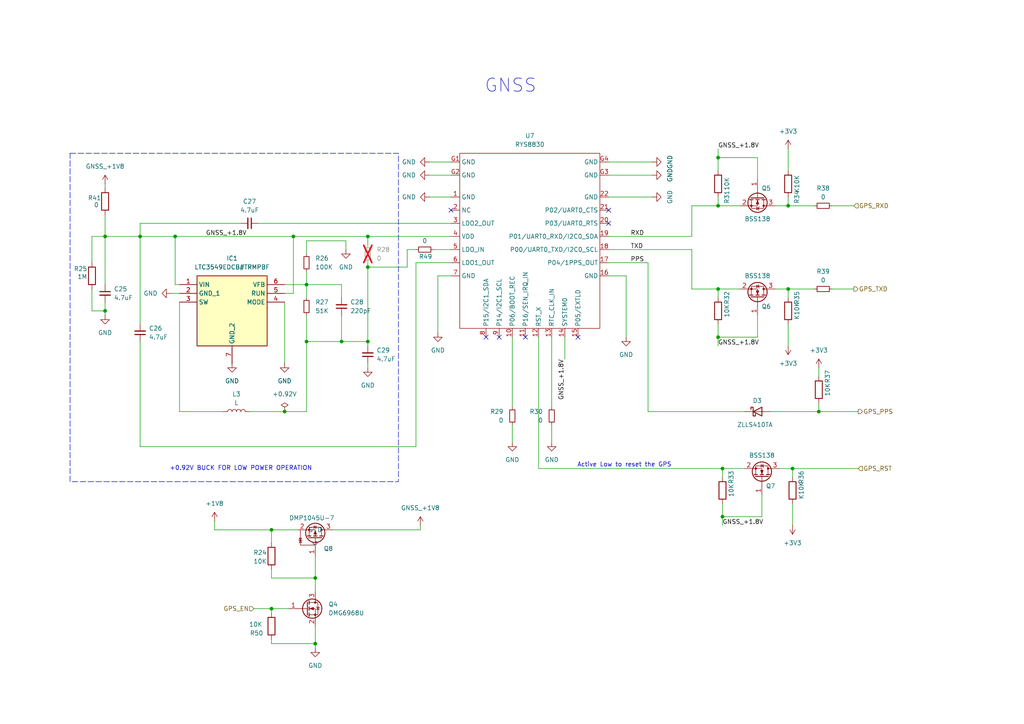
<source format=kicad_sch>
(kicad_sch (version 20231120) (generator "eeschema") (generator_version "8.0")
  (paper "A4")
  (lib_symbols
    (symbol "Device:C_Small" (pin_numbers hide) (pin_names (offset 0.254) hide)
      (property "Reference" "C" (at 0.254 1.778 0))
      (property "Value" "C_Small" (at 0.254 -2.032 0))
      (symbol "C_Small_0_1"
        (polyline (pts (xy -1.524 -0.508) (xy 1.524 -0.508)) (stroke (width 0.3302)))
        (polyline (pts (xy -1.524 0.508) (xy 1.524 0.508)) (stroke (width 0.3048)))
      )
      (symbol "C_Small_1_1"
        (pin passive line (at 0 2.54 270) (length 2.032) (name "~") (number "1"))
        (pin passive line (at 0 -2.54 90) (length 2.032) (name "~") (number "2"))
      )
    )
    (symbol "Device:D_Schottky" (pin_numbers hide) (pin_names (offset 1.016) hide)
      (property "Reference" "D" (at 0 2.54 0))
      (property "Value" "D_Schottky" (at 0 -2.54 0))
      (symbol "D_Schottky_0_1"
        (polyline (pts (xy 1.27 0) (xy -1.27 0)))
        (polyline (pts (xy 1.27 1.27) (xy 1.27 -1.27) (xy -1.27 0) (xy 1.27 1.27)) (stroke (width 0.254)))
        (polyline (pts (xy -1.905 0.635) (xy -1.905 1.27) (xy -1.27 1.27) (xy -1.27 -1.27) (xy -0.635 -1.27) (xy -0.635 -0.635)) (stroke (width 0.254)))
      )
      (symbol "D_Schottky_1_1"
        (pin passive line (at -3.81 0 0) (length 2.54) (name "K") (number "1"))
        (pin passive line (at 3.81 0 180) (length 2.54) (name "A") (number "2"))
      )
    )
    (symbol "Device:L" (pin_numbers hide) (pin_names (offset 1.016) hide)
      (property "Reference" "L" (at -1.27 0 90))
      (property "Value" "L" (at 1.905 0 90))
      (symbol "L_0_1"
        (arc (start 0 -2.54) (mid 0.6323 -1.905) (end 0 -1.27))
        (arc (start 0 -1.27) (mid 0.6323 -0.635) (end 0 0))
        (arc (start 0 0) (mid 0.6323 0.635) (end 0 1.27))
        (arc (start 0 1.27) (mid 0.6323 1.905) (end 0 2.54))
      )
      (symbol "L_1_1"
        (pin passive line (at 0 3.81 270) (length 1.27) (name "1") (number "1"))
        (pin passive line (at 0 -3.81 90) (length 1.27) (name "2") (number "2"))
      )
    )
    (symbol "Device:R" (pin_numbers hide) (pin_names (offset 0))
      (property "Reference" "R" (at 2.032 0 90))
      (property "Value" "R" (at 0 0 90))
      (symbol "R_0_1"
        (rectangle (start -1.016 -2.54) (end 1.016 2.54) (stroke (width 0.254)))
      )
      (symbol "R_1_1"
        (pin passive line (at 0 3.81 270) (length 1.27) (name "~") (number "1"))
        (pin passive line (at 0 -3.81 90) (length 1.27) (name "~") (number "2"))
      )
    )
    (symbol "Device:R_Small" (pin_numbers hide) (pin_names (offset 0.254) hide)
      (property "Reference" "R" (at 0.762 0.508 0))
      (property "Value" "R_Small" (at 0.762 -1.016 0))
      (symbol "R_Small_0_1"
        (rectangle (start -0.762 1.778) (end 0.762 -1.778) (stroke (width 0.2032)))
      )
      (symbol "R_Small_1_1"
        (pin passive line (at 0 2.54 270) (length 0.762) (name "~") (number "1"))
        (pin passive line (at 0 -2.54 90) (length 0.762) (name "~") (number "2"))
      )
    )
    (symbol "LTC3549EDCB#TRMPBF:LTC3549EDCB#TRMPBF"
      (property "Reference" "IC" (at 26.67 7.62 0))
      (property "Value" "LTC3549EDCB#TRMPBF" (at 26.67 5.08 0))
      (symbol "LTC3549EDCB#TRMPBF_1_1"
        (rectangle (start 5.08 2.54) (end 25.4 -17.78) (stroke (width 0.254)) (fill (type background)))
        (pin passive line (at 0 0 0) (length 5.08) (name "VIN") (number "1"))
        (pin passive line (at 0 -2.54 0) (length 5.08) (name "GND_1") (number "2"))
        (pin passive line (at 0 -5.08 0) (length 5.08) (name "SW") (number "3"))
        (pin passive line (at 30.48 -5.08 180) (length 5.08) (name "MODE") (number "4"))
        (pin passive line (at 30.48 -2.54 180) (length 5.08) (name "RUN") (number "5"))
        (pin passive line (at 30.48 0 180) (length 5.08) (name "VFB") (number "6"))
        (pin passive line (at 15.24 -22.86 90) (length 5.08) (name "GND_2") (number "7"))
      )
    )
    (symbol "Project_Library:DMP1045U-7"
      (property "Reference" "Q" (at 0 3.81 0))
      (symbol "DMP1045U-7_0_1"
        (polyline (pts (xy 1.524 0) (xy -1.27 0)))
        (polyline (pts (xy 1.524 1.905) (xy 1.524 -1.905)) (stroke (width 0.254)))
        (polyline (pts (xy 2.032 -1.27) (xy 2.032 -2.286)) (stroke (width 0.254)))
        (polyline (pts (xy 2.032 0.508) (xy 2.032 -0.508)) (stroke (width 0.254)))
        (polyline (pts (xy 2.032 2.286) (xy 2.032 1.27)) (stroke (width 0.254)))
        (polyline (pts (xy 3.81 2.54) (xy 3.81 1.778)))
        (polyline (pts (xy 3.81 -2.54) (xy 3.81 0) (xy 2.032 0)))
        (polyline (pts (xy 0.635 -3.81) (xy 0.762 -3.937) (xy 0.762 -4.699) (xy 0.889 -4.826)))
        (polyline (pts (xy 0.7523 -4.3068) (xy 0.1173 -4.6878) (xy 0.1173 -3.9258) (xy 0.7523 -4.3068)))
        (polyline (pts (xy 0.762 -4.318) (xy 1.397 -3.937) (xy 1.397 -4.699) (xy 0.762 -4.318)))
        (polyline (pts (xy 2.032 1.778) (xy 4.572 1.778) (xy 4.572 -1.778) (xy 2.032 -1.778)))
        (polyline (pts (xy 3.556 0) (xy 2.54 0.381) (xy 2.54 -0.381) (xy 3.556 0)) (fill (type outline)))
        (polyline (pts (xy 3.7569 -4.3186) (xy 1.016 -4.318) (xy -0.6238 -4.3193) (xy -0.6238 -0.0962)))
        (polyline (pts (xy 4.064 -0.508) (xy 4.191 -0.381) (xy 4.953 -0.381) (xy 5.08 -0.254)))
        (polyline (pts (xy 4.572 -0.381) (xy 4.191 0.254) (xy 4.953 0.254) (xy 4.572 -0.381)))
        (circle (center 2.921 0) (radius 2.794) (stroke (width 0.254)))
        (circle (center 3.81 -1.778) (radius 0.254) (fill (type outline)))
        (circle (center 3.81 1.778) (radius 0.254) (fill (type outline)))
      )
      (symbol "DMP1045U-7_1_1"
        (pin passive line (at -3.81 0 0) (length 2.54) (name "G") (number "1"))
        (pin passive line (at 3.81 -5.08 90) (length 2.54) (name "S") (number "2"))
        (pin passive line (at 3.81 5.08 270) (length 2.54) (name "D") (number "3"))
      )
    )
    (symbol "Reyas:RYS8830"
      (property "Reference" "U" (at 0.508 3.556 0))
      (property "Value" "RYS8830" (at 4.064 1.27 0))
      (symbol "RYS8830_0_1"
        (rectangle (start 0 0) (end 40.64 -50.8))
      )
      (symbol "RYS8830_1_1"
        (pin passive line (at -2.54 -12.7 0) (length 2.54) (name "GND") (number "1"))
        (pin passive line (at 15.24 -53.34 90) (length 2.54) (name "P06/BOOT_REC") (number "10"))
        (pin passive line (at 19.05 -53.34 90) (length 2.54) (name "P16/SEN_IRQ_IN") (number "11"))
        (pin passive line (at 22.86 -53.34 90) (length 2.54) (name "RST_X") (number "12"))
        (pin passive line (at 26.67 -53.34 90) (length 2.54) (name "RTC_CLK_IN") (number "13"))
        (pin passive line (at 30.48 -53.34 90) (length 2.54) (name "SYSTEM0") (number "14"))
        (pin passive line (at 34.29 -53.34 90) (length 2.54) (name "P05/EXTLD") (number "15"))
        (pin power_out line (at 43.18 -35.56 180) (length 2.54) (name "GND") (number "16"))
        (pin passive line (at 43.18 -31.75 180) (length 2.54) (name "P04/1PPS_OUT") (number "17"))
        (pin passive line (at 43.18 -27.94 180) (length 2.54) (name "P00/UART0_TXD/I2C0_SCL") (number "18"))
        (pin passive line (at 43.18 -24.13 180) (length 2.54) (name "P01/UART0_RXD/I2C0_SDA") (number "19"))
        (pin passive line (at -2.54 -16.51 0) (length 2.54) (name "NC") (number "2"))
        (pin passive line (at 43.18 -20.32 180) (length 2.54) (name "P03/UART0_RTS") (number "20"))
        (pin passive line (at 43.18 -16.51 180) (length 2.54) (name "P02/UART0_CTS") (number "21"))
        (pin power_out line (at 43.18 -12.7 180) (length 2.54) (name "GND") (number "22"))
        (pin passive line (at -2.54 -20.32 0) (length 2.54) (name "LDO2_OUT") (number "3"))
        (pin power_out line (at -2.54 -24.13 0) (length 2.54) (name "VDD") (number "4"))
        (pin power_in line (at -2.54 -27.94 0) (length 2.54) (name "LDO_IN") (number "5"))
        (pin power_out line (at -2.54 -31.75 0) (length 2.54) (name "LDO1_OUT") (number "6"))
        (pin power_in line (at -2.54 -35.56 0) (length 2.54) (name "GND") (number "7"))
        (pin passive line (at 7.62 -53.34 90) (length 2.54) (name "P15/I2C1_SDA") (number "8"))
        (pin passive line (at 11.43 -53.34 90) (length 2.54) (name "P14/I2C1_SCL") (number "9"))
        (pin power_in line (at -2.54 -2.54 0) (length 2.54) (name "GND") (number "G1"))
        (pin power_in line (at -2.54 -6.35 0) (length 2.54) (name "GND") (number "G2"))
        (pin power_out line (at 43.18 -6.35 180) (length 2.54) (name "GND") (number "G3"))
        (pin power_out line (at 43.18 -2.54 180) (length 2.54) (name "GND") (number "G4"))
      )
    )
    (symbol "Transistor_FET:BSS138" (pin_names hide)
      (property "Reference" "Q" (at 5.08 1.905 0))
      (property "Value" "BSS138" (at 5.08 0 0))
      (symbol "BSS138_0_1"
        (polyline (pts (xy 0.254 0) (xy -2.54 0)))
        (polyline (pts (xy 0.254 1.905) (xy 0.254 -1.905)) (stroke (width 0.254)))
        (polyline (pts (xy 0.762 -1.27) (xy 0.762 -2.286)) (stroke (width 0.254)))
        (polyline (pts (xy 0.762 0.508) (xy 0.762 -0.508)) (stroke (width 0.254)))
        (polyline (pts (xy 0.762 2.286) (xy 0.762 1.27)) (stroke (width 0.254)))
        (polyline (pts (xy 2.54 2.54) (xy 2.54 1.778)))
        (polyline (pts (xy 2.54 -2.54) (xy 2.54 0) (xy 0.762 0)))
        (polyline (pts (xy 0.762 -1.778) (xy 3.302 -1.778) (xy 3.302 1.778) (xy 0.762 1.778)))
        (polyline (pts (xy 1.016 0) (xy 2.032 0.381) (xy 2.032 -0.381) (xy 1.016 0)) (fill (type outline)))
        (polyline (pts (xy 2.794 0.508) (xy 2.921 0.381) (xy 3.683 0.381) (xy 3.81 0.254)))
        (polyline (pts (xy 3.302 0.381) (xy 2.921 -0.254) (xy 3.683 -0.254) (xy 3.302 0.381)))
        (circle (center 1.651 0) (radius 2.794) (stroke (width 0.254)))
        (circle (center 2.54 -1.778) (radius 0.254) (fill (type outline)))
        (circle (center 2.54 1.778) (radius 0.254) (fill (type outline)))
      )
      (symbol "BSS138_1_1"
        (pin input line (at -5.08 0 0) (length 2.54) (name "G") (number "1"))
        (pin passive line (at 2.54 -5.08 90) (length 2.54) (name "S") (number "2"))
        (pin passive line (at 2.54 5.08 270) (length 2.54) (name "D") (number "3"))
      )
    )
    (symbol "Transistor_FET:DMG2302U" (pin_names hide)
      (property "Reference" "Q" (at 5.08 1.905 0))
      (property "Value" "DMG2302U" (at 5.08 0 0))
      (symbol "DMG2302U_0_1"
        (polyline (pts (xy 0.254 0) (xy -2.54 0)))
        (polyline (pts (xy 0.254 1.905) (xy 0.254 -1.905)) (stroke (width 0.254)))
        (polyline (pts (xy 0.762 -1.27) (xy 0.762 -2.286)) (stroke (width 0.254)))
        (polyline (pts (xy 0.762 0.508) (xy 0.762 -0.508)) (stroke (width 0.254)))
        (polyline (pts (xy 0.762 2.286) (xy 0.762 1.27)) (stroke (width 0.254)))
        (polyline (pts (xy 2.54 2.54) (xy 2.54 1.778)))
        (polyline (pts (xy 2.54 -2.54) (xy 2.54 0) (xy 0.762 0)))
        (polyline (pts (xy 0.762 -1.778) (xy 3.302 -1.778) (xy 3.302 1.778) (xy 0.762 1.778)))
        (polyline (pts (xy 1.016 0) (xy 2.032 0.381) (xy 2.032 -0.381) (xy 1.016 0)) (fill (type outline)))
        (polyline (pts (xy 2.794 0.508) (xy 2.921 0.381) (xy 3.683 0.381) (xy 3.81 0.254)))
        (polyline (pts (xy 3.302 0.381) (xy 2.921 -0.254) (xy 3.683 -0.254) (xy 3.302 0.381)))
        (circle (center 1.651 0) (radius 2.794) (stroke (width 0.254)))
        (circle (center 2.54 -1.778) (radius 0.254) (fill (type outline)))
        (circle (center 2.54 1.778) (radius 0.254) (fill (type outline)))
      )
      (symbol "DMG2302U_1_1"
        (pin input line (at -5.08 0 0) (length 2.54) (name "G") (number "1"))
        (pin passive line (at 2.54 -5.08 90) (length 2.54) (name "S") (number "2"))
        (pin passive line (at 2.54 5.08 270) (length 2.54) (name "D") (number "3"))
      )
    )
    (symbol "power:+3.3V" (power) (pin_numbers hide) (pin_names (offset 0) hide)
      (property "Value" "+3.3V" (at 0 3.556 0))
      (symbol "+3.3V_0_1"
        (polyline (pts (xy -0.762 1.27) (xy 0 2.54)))
        (polyline (pts (xy 0 0) (xy 0 2.54)))
        (polyline (pts (xy 0 2.54) (xy 0.762 1.27)))
      )
      (symbol "+3.3V_1_1"
        (pin power_in line (at 0 0 90) (length 0) (name "~") (number "1"))
      )
    )
    (symbol "power:+5V" (power) (pin_numbers hide) (pin_names (offset 0) hide)
      (property "Value" "+5V" (at 0 3.556 0))
      (symbol "+5V_0_1"
        (polyline (pts (xy -0.762 1.27) (xy 0 2.54)))
        (polyline (pts (xy 0 0) (xy 0 2.54)))
        (polyline (pts (xy 0 2.54) (xy 0.762 1.27)))
      )
      (symbol "+5V_1_1"
        (pin power_in line (at 0 0 90) (length 0) (name "~") (number "1"))
      )
    )
    (symbol "power:GND" (power) (pin_numbers hide) (pin_names (offset 0) hide)
      (property "Value" "GND" (at 0 -3.81 0))
      (symbol "GND_0_1"
        (polyline (pts (xy 0 0) (xy 0 -1.27) (xy 1.27 -1.27) (xy 0 -2.54) (xy -1.27 -1.27) (xy 0 -1.27)))
      )
      (symbol "GND_1_1"
        (pin power_in line (at 0 0 270) (length 0) (name "~") (number "1"))
      )
    )
    (symbol "power:PWR_FLAG" (power) (pin_numbers hide) (pin_names (offset 0) hide)
      (property "Value" "PWR_FLAG" (at 0 3.81 0))
      (symbol "PWR_FLAG_0_0"
        (pin power_out line (at 0 0 90) (length 0) (name "~") (number "1"))
      )
      (symbol "PWR_FLAG_0_1"
        (polyline (pts (xy 0 0) (xy 0 1.27) (xy -1.016 1.905) (xy 0 2.54) (xy 1.016 1.905) (xy 0 1.27)))
      )
    )
  )
  (junction (at 208.28 97.79))
  (junction (at 78.74 153.67))
  (junction (at 229.87 135.89))
  (junction (at 78.74 176.53))
  (junction (at 106.68 99.06))
  (junction (at 82.55 119.38))
  (junction (at 88.9 82.55))
  (junction (at 106.68 77.47))
  (junction (at 40.64 68.58))
  (junction (at 208.28 59.69))
  (junction (at 106.68 68.58))
  (junction (at 91.44 167.64))
  (junction (at 209.55 149.86))
  (junction (at 99.06 99.06))
  (junction (at 88.9 99.06))
  (junction (at 91.44 186.69))
  (junction (at 85.09 68.58))
  (junction (at 209.55 135.89))
  (junction (at 208.28 45.72))
  (junction (at 208.28 83.82))
  (junction (at 228.6 59.69))
  (junction (at 30.48 90.17))
  (junction (at 228.6 83.82))
  (junction (at 237.49 119.38))
  (junction (at 50.8 68.58))
  (junction (at 30.48 68.58))
  (no_connect (at 144.78 97.79))
  (no_connect (at 167.64 97.79))
  (no_connect (at 176.53 60.96))
  (no_connect (at 130.81 60.96))
  (no_connect (at 176.53 64.77))
  (no_connect (at 140.97 97.79))
  (no_connect (at 152.4 97.79))
  (wire (pts (xy 208.28 45.72) (xy 219.71 45.72)))
  (wire (pts (xy 52.07 119.38) (xy 64.77 119.38)))
  (wire (pts (xy 208.28 97.79) (xy 208.28 100.33)))
  (wire (pts (xy 237.49 116.84) (xy 237.49 119.38)))
  (wire (pts (xy 209.55 149.86) (xy 209.55 146.05)))
  (wire (pts (xy 160.02 128.27) (xy 160.02 123.19)))
  (wire (pts (xy 100.33 69.85) (xy 88.9 69.85)))
  (wire (pts (xy 220.98 143.51) (xy 220.98 149.86)))
  (wire (pts (xy 176.53 46.99) (xy 189.23 46.99)))
  (wire (pts (xy 88.9 91.44) (xy 88.9 99.06)))
  (wire (pts (xy 130.81 72.39) (xy 125.73 72.39)))
  (wire (pts (xy 148.59 97.79) (xy 148.59 118.11)))
  (wire (pts (xy 130.81 80.01) (xy 127 80.01)))
  (wire (pts (xy 30.48 87.63) (xy 30.48 90.17)))
  (wire (pts (xy 209.55 152.4) (xy 209.55 149.86)))
  (wire (pts (xy 176.53 57.15) (xy 189.23 57.15)))
  (wire (pts (xy 78.74 176.53) (xy 83.82 176.53)))
  (wire (pts (xy 26.67 76.2) (xy 26.67 68.58)))
  (wire (pts (xy 82.55 87.63) (xy 82.55 105.41)))
  (wire (pts (xy 229.87 138.43) (xy 229.87 135.89)))
  (wire (pts (xy 130.81 68.58) (xy 106.68 68.58)))
  (wire (pts (xy 219.71 52.07) (xy 219.71 45.72)))
  (wire (pts (xy 91.44 186.69) (xy 78.74 186.69)))
  (wire (pts (xy 148.59 123.19) (xy 148.59 128.27)))
  (wire (pts (xy 228.6 43.18) (xy 228.6 49.53)))
  (wire (pts (xy 219.71 91.44) (xy 219.71 97.79)))
  (wire (pts (xy 30.48 53.34) (xy 30.48 54.61)))
  (wire (pts (xy 200.66 59.69) (xy 208.28 59.69)))
  (wire (pts (xy 229.87 135.89) (xy 226.06 135.89)))
  (wire (pts (xy 106.68 68.58) (xy 106.68 71.12)))
  (wire (pts (xy 106.68 77.47) (xy 106.68 99.06)))
  (wire (pts (xy 118.11 72.39) (xy 118.11 77.47)))
  (wire (pts (xy 91.44 181.61) (xy 91.44 186.69)))
  (wire (pts (xy 120.65 72.39) (xy 118.11 72.39)))
  (wire (pts (xy 52.07 85.09) (xy 49.53 85.09)))
  (wire (pts (xy 229.87 135.89) (xy 248.92 135.89)))
  (wire (pts (xy 91.44 161.29) (xy 91.44 167.64)))
  (wire (pts (xy 187.96 76.2) (xy 176.53 76.2)))
  (wire (pts (xy 106.68 105.41) (xy 106.68 106.68)))
  (wire (pts (xy 78.74 153.67) (xy 86.36 153.67)))
  (wire (pts (xy 85.09 68.58) (xy 106.68 68.58)))
  (wire (pts (xy 209.55 135.89) (xy 215.9 135.89)))
  (wire (pts (xy 73.66 176.53) (xy 78.74 176.53)))
  (wire (pts (xy 26.67 68.58) (xy 30.48 68.58)))
  (wire (pts (xy 241.3 59.69) (xy 247.65 59.69)))
  (wire (pts (xy 120.65 129.54) (xy 40.64 129.54)))
  (wire (pts (xy 91.44 186.69) (xy 91.44 187.96)))
  (wire (pts (xy 209.55 149.86) (xy 220.98 149.86)))
  (wire (pts (xy 228.6 100.33) (xy 228.6 93.98)))
  (wire (pts (xy 176.53 50.8) (xy 189.23 50.8)))
  (wire (pts (xy 99.06 86.36) (xy 99.06 82.55)))
  (wire (pts (xy 78.74 186.69) (xy 78.74 185.42)))
  (wire (pts (xy 26.67 90.17) (xy 30.48 90.17)))
  (wire (pts (xy 163.83 97.79) (xy 163.83 104.14)))
  (wire (pts (xy 72.39 119.38) (xy 82.55 119.38)))
  (wire (pts (xy 160.02 97.79) (xy 160.02 118.11)))
  (wire (pts (xy 208.28 43.18) (xy 208.28 45.72)))
  (wire (pts (xy 120.65 76.2) (xy 120.65 129.54)))
  (wire (pts (xy 50.8 82.55) (xy 52.07 82.55)))
  (wire (pts (xy 88.9 99.06) (xy 99.06 99.06)))
  (wire (pts (xy 78.74 165.1) (xy 78.74 167.64)))
  (wire (pts (xy 228.6 83.82) (xy 224.79 83.82)))
  (wire (pts (xy 208.28 97.79) (xy 208.28 93.98)))
  (wire (pts (xy 124.46 46.99) (xy 130.81 46.99)))
  (wire (pts (xy 181.61 80.01) (xy 176.53 80.01)))
  (wire (pts (xy 62.23 151.13) (xy 62.23 153.67)))
  (wire (pts (xy 241.3 83.82) (xy 247.65 83.82)))
  (wire (pts (xy 99.06 91.44) (xy 99.06 99.06)))
  (wire (pts (xy 176.53 68.58) (xy 200.66 68.58)))
  (wire (pts (xy 91.44 167.64) (xy 91.44 171.45)))
  (wire (pts (xy 40.64 68.58) (xy 40.64 93.98)))
  (wire (pts (xy 88.9 69.85) (xy 88.9 73.66)))
  (wire (pts (xy 82.55 85.09) (xy 85.09 85.09)))
  (wire (pts (xy 124.46 57.15) (xy 130.81 57.15)))
  (wire (pts (xy 62.23 153.67) (xy 78.74 153.67)))
  (wire (pts (xy 40.64 64.77) (xy 69.85 64.77)))
  (wire (pts (xy 74.93 64.77) (xy 130.81 64.77)))
  (wire (pts (xy 52.07 87.63) (xy 52.07 119.38)))
  (wire (pts (xy 228.6 57.15) (xy 228.6 59.69)))
  (wire (pts (xy 200.66 59.69) (xy 200.66 68.58)))
  (wire (pts (xy 208.28 45.72) (xy 208.28 49.53)))
  (wire (pts (xy 229.87 152.4) (xy 229.87 146.05)))
  (wire (pts (xy 200.66 83.82) (xy 208.28 83.82)))
  (wire (pts (xy 99.06 82.55) (xy 88.9 82.55)))
  (wire (pts (xy 85.09 68.58) (xy 85.09 85.09)))
  (wire (pts (xy 30.48 90.17) (xy 30.48 91.44)))
  (wire (pts (xy 88.9 78.74) (xy 88.9 82.55)))
  (wire (pts (xy 181.61 97.79) (xy 181.61 80.01)))
  (wire (pts (xy 187.96 119.38) (xy 187.96 76.2)))
  (wire (pts (xy 78.74 167.64) (xy 91.44 167.64)))
  (wire (pts (xy 208.28 57.15) (xy 208.28 59.69)))
  (wire (pts (xy 223.52 119.38) (xy 237.49 119.38)))
  (wire (pts (xy 130.81 76.2) (xy 120.65 76.2)))
  (wire (pts (xy 200.66 72.39) (xy 200.66 83.82)))
  (wire (pts (xy 208.28 83.82) (xy 214.63 83.82)))
  (wire (pts (xy 228.6 59.69) (xy 224.79 59.69)))
  (wire (pts (xy 50.8 68.58) (xy 85.09 68.58)))
  (wire (pts (xy 78.74 153.67) (xy 78.74 157.48)))
  (wire (pts (xy 208.28 97.79) (xy 219.71 97.79)))
  (wire (pts (xy 50.8 68.58) (xy 50.8 82.55)))
  (wire (pts (xy 82.55 82.55) (xy 88.9 82.55)))
  (wire (pts (xy 187.96 119.38) (xy 215.9 119.38)))
  (wire (pts (xy 88.9 119.38) (xy 88.9 99.06)))
  (wire (pts (xy 228.6 59.69) (xy 236.22 59.69)))
  (wire (pts (xy 106.68 77.47) (xy 106.68 76.2)))
  (wire (pts (xy 124.46 50.8) (xy 130.81 50.8)))
  (wire (pts (xy 106.68 99.06) (xy 99.06 99.06)))
  (wire (pts (xy 156.21 135.89) (xy 209.55 135.89)))
  (wire (pts (xy 156.21 97.79) (xy 156.21 135.89)))
  (wire (pts (xy 208.28 86.36) (xy 208.28 83.82)))
  (wire (pts (xy 30.48 68.58) (xy 40.64 68.58)))
  (wire (pts (xy 78.74 176.53) (xy 78.74 177.8)))
  (wire (pts (xy 228.6 86.36) (xy 228.6 83.82)))
  (wire (pts (xy 40.64 68.58) (xy 50.8 68.58)))
  (wire (pts (xy 228.6 83.82) (xy 236.22 83.82)))
  (wire (pts (xy 127 80.01) (xy 127 96.52)))
  (wire (pts (xy 26.67 83.82) (xy 26.67 90.17)))
  (wire (pts (xy 40.64 129.54) (xy 40.64 99.06)))
  (wire (pts (xy 106.68 99.06) (xy 106.68 100.33)))
  (wire (pts (xy 82.55 119.38) (xy 88.9 119.38)))
  (wire (pts (xy 88.9 82.55) (xy 88.9 86.36)))
  (wire (pts (xy 118.11 77.47) (xy 106.68 77.47)))
  (wire (pts (xy 100.33 72.39) (xy 100.33 69.85)))
  (wire (pts (xy 209.55 138.43) (xy 209.55 135.89)))
  (wire (pts (xy 121.92 152.4) (xy 121.92 153.67)))
  (wire (pts (xy 237.49 119.38) (xy 248.92 119.38)))
  (wire (pts (xy 30.48 62.23) (xy 30.48 68.58)))
  (wire (pts (xy 40.64 64.77) (xy 40.64 68.58)))
  (wire (pts (xy 237.49 106.68) (xy 237.49 109.22)))
  (wire (pts (xy 176.53 72.39) (xy 200.66 72.39)))
  (wire (pts (xy 208.28 59.69) (xy 214.63 59.69)))
  (wire (pts (xy 96.52 153.67) (xy 121.92 153.67)))
  (wire (pts (xy 30.48 68.58) (xy 30.48 82.55)))
  (rectangle (start 20.32 44.45) (end 115.57 139.7) (stroke (width 0) (type dash)))
  (text "GNSS\n" (at 140.462 27.178 0) (effects (font (size 3.81 3.81)) (justify left bottom)))
  (text "Active Low to reset the GPS\n" (at 181.102 134.874 0) (effects (font (size 1.27 1.27))))
  (text "+0.92V BUCK FOR LOW POWER OPERATION" (at 69.85 135.89 0) (effects (font (size 1.27 1.27))))
  (label "GNSS_+1.8V" (at 208.28 100.33 0))
  (label "GNSS_+1.8V" (at 208.28 43.18 0))
  (label "GNSS_+1.8V" (at 209.55 152.4 0))
  (label "GNSS_+1.8V" (at 163.83 104.14 270))
  (label "TXD" (at 182.88 72.39 0))
  (label "RXD" (at 182.88 68.58 0))
  (label "GNSS_+1.8V" (at 59.69 68.58 0))
  (label "PPS" (at 182.88 76.2 0))
  (hierarchical_label "GPS_RXD" (shape input) (at 247.65 59.69 0))
  (hierarchical_label "GPS_TXD" (shape output) (at 247.65 83.82 0))
  (hierarchical_label "GPS_PPS" (shape output) (at 248.92 119.38 0))
  (hierarchical_label "GPS_RST" (shape input) (at 248.92 135.89 0))
  (hierarchical_label "GPS_EN" (shape input) (at 73.66 176.53 180))
  (symbol (lib_id "power:PWR_FLAG") (at 82.55 119.38 0) (unit 1)
    (property "Reference" "#FLG01" (effects (hide yes)))
    (property "Value" "+0.92V" (at 82.55 114.3 0))
    (property "Description" "Special symbol for telling ERC where power comes from" (effects (hide yes)))
  )
  (symbol (lib_id "Device:R") (at 208.28 53.34 180) (unit 1)
    (property "Reference" "R31" (at 210.82 57.15 90))
    (property "Value" "10K" (at 210.82 53.34 90))
    (property "Footprint" "Resistor_SMD:R_0402_1005Metric_Pad0.72x0.64mm_HandSolder" (effects (hide yes)))
    (property "Description" "Resistor" (effects (hide yes)))
  )
  (symbol (lib_id "Transistor_FET:BSS138") (at 219.71 57.15 270) (unit 1)
    (property "Reference" "Q5" (at 222.25 54.61 90))
    (property "Value" "BSS138" (at 219.71 63.5 90))
    (property "Footprint" "Package_TO_SOT_SMD:SOT-23" (effects (hide yes)))
    (property "Datasheet" "https://www.onsemi.com/pub/Collateral/BSS138-D.PDF" (effects (hide yes)))
    (property "Description" "50V Vds, 0.22A Id, N-Channel MOSFET, SOT-23" (effects (hide yes)))
  )
  (symbol (lib_id "Device:C_Small") (at 40.64 96.52 180) (unit 1)
    (property "Reference" "C26" (at 43.18 95.2435 0) (effects (justify right)))
    (property "Value" "4.7uF" (at 43.18 97.7835 0) (effects (justify right)))
    (property "Footprint" "Capacitor_SMD:C_0603_1608Metric" (effects (hide yes)))
    (property "Description" "Unpolarized capacitor, small symbol" (effects (hide yes)))
  )
  (symbol (lib_id "Device:R") (at 228.6 90.17 0) (mirror y) (unit 1)
    (property "Reference" "R35" (at 231.14 86.36 90))
    (property "Value" "K10K" (at 231.14 90.17 90))
    (property "Footprint" "Resistor_SMD:R_0402_1005Metric_Pad0.72x0.64mm_HandSolder" (effects (hide yes)))
    (property "Description" "Resistor" (effects (hide yes)))
  )
  (symbol (lib_id "power:GND") (at 124.46 57.15 270) (unit 1)
    (property "Reference" "#PWR055" (effects (hide yes)))
    (property "Value" "GND" (at 120.65 57.1499 90) (effects (justify right)))
    (property "Description" "Power symbol creates a global label with name \"GND\" , ground" (effects (hide yes)))
  )
  (symbol (lib_id "power:GND") (at 100.33 72.39 0) (unit 1)
    (property "Reference" "#PWR051" (effects (hide yes)))
    (property "Value" "GND" (at 100.33 77.47 0))
    (property "Description" "Power symbol creates a global label with name \"GND\" , ground" (effects (hide yes)))
  )
  (symbol (lib_id "Reyas:RYS8830") (at 133.35 44.45 0) (unit 1)
    (property "Reference" "U7" (at 153.67 39.37 0))
    (property "Value" "RYS8830" (at 153.67 41.91 0))
    (property "Footprint" "Project:RYS8830" (effects (hide yes)))
    (property "Datasheet" "https://reyax.com//upload/products_download/download_file/RYS8830.pdf" (effects (hide yes)))
  )
  (symbol (lib_id "Device:R_Small") (at 148.59 120.65 0) (mirror x) (unit 1)
    (property "Reference" "R29" (at 146.05 119.3799 0) (effects (justify right)))
    (property "Value" "0" (at 146.05 121.9199 0) (effects (justify right)))
    (property "Footprint" "Resistor_SMD:R_0402_1005Metric_Pad0.72x0.64mm_HandSolder" (effects (hide yes)))
    (property "Description" "Resistor, small symbol" (effects (hide yes)))
  )
  (symbol (lib_id "power:GND") (at 148.59 128.27 0) (unit 1)
    (property "Reference" "#PWR057" (effects (hide yes)))
    (property "Value" "GND" (at 148.59 133.35 0))
    (property "Description" "Power symbol creates a global label with name \"GND\" , ground" (effects (hide yes)))
  )
  (symbol (lib_id "Project_Library:DMP1045U-7") (at 91.44 157.48 270) (mirror x) (unit 1)
    (property "Reference" "Q8" (at 95.25 159.131 90))
    (property "Value" "DMP1045U-7" (at 90.424 150.241 90))
    (property "Footprint" "Package_TO_SOT_SMD:SOT-23-3" (effects (hide yes)))
  )
  (symbol (lib_id "Device:C_Small") (at 106.68 102.87 180) (unit 1)
    (property "Reference" "C29" (at 109.22 101.5935 0) (effects (justify right)))
    (property "Value" "4.7uF" (at 109.22 104.1335 0) (effects (justify right)))
    (property "Footprint" "Capacitor_SMD:C_0603_1608Metric" (effects (hide yes)))
    (property "Description" "Unpolarized capacitor, small symbol" (effects (hide yes)))
  )
  (symbol (lib_id "power:+3.3V") (at 121.92 152.4 0) (mirror y) (unit 1)
    (property "Reference" "#PWR050" (effects (hide yes)))
    (property "Value" "GNSS_+1V8" (at 121.92 147.32 0))
    (property "Description" "Power symbol creates a global label with name \"+3.3V\"" (effects (hide yes)))
  )
  (symbol (lib_id "Device:L") (at 68.58 119.38 90) (unit 1)
    (property "Reference" "L3" (at 68.58 114.3 90))
    (property "Value" "L" (at 68.58 116.84 90))
    (property "Footprint" "Inductor_SMD:L_Cenker_CKCS3012" (effects (hide yes)))
    (property "Description" "Inductor" (effects (hide yes)))
  )
  (symbol (lib_id "Device:R_Small") (at 160.02 120.65 0) (mirror x) (unit 1)
    (property "Reference" "R30" (at 157.48 119.3799 0) (effects (justify right)))
    (property "Value" "0" (at 157.48 121.9199 0) (effects (justify right)))
    (property "Footprint" "Resistor_SMD:R_0402_1005Metric_Pad0.72x0.64mm_HandSolder" (effects (hide yes)))
    (property "Description" "Resistor, small symbol" (effects (hide yes)))
  )
  (symbol (lib_id "power:+5V") (at 228.6 100.33 0) (mirror x) (unit 1)
    (property "Reference" "#PWR068" (effects (hide yes)))
    (property "Value" "+3V3" (at 228.6 105.41 0))
    (property "Description" "Power symbol creates a global label with name \"+5V\"" (effects (hide yes)))
  )
  (symbol (lib_id "power:GND") (at 82.55 105.41 0) (unit 1)
    (property "Reference" "#PWR049" (effects (hide yes)))
    (property "Value" "GND" (at 82.55 110.49 0))
    (property "Description" "Power symbol creates a global label with name \"GND\" , ground" (effects (hide yes)))
  )
  (symbol (lib_id "Device:R_Small") (at 238.76 83.82 90) (unit 1)
    (property "Reference" "R39" (at 238.76 78.74 90))
    (property "Value" "0" (at 238.76 81.28 90))
    (property "Footprint" "Resistor_SMD:R_0402_1005Metric_Pad0.72x0.64mm_HandSolder" (effects (hide yes)))
    (property "Description" "Resistor, small symbol" (effects (hide yes)))
  )
  (symbol (lib_id "power:GND") (at 160.02 128.27 0) (unit 1)
    (property "Reference" "#PWR058" (effects (hide yes)))
    (property "Value" "GND" (at 160.02 133.35 0))
    (property "Description" "Power symbol creates a global label with name \"GND\" , ground" (effects (hide yes)))
  )
  (symbol (lib_id "Device:R") (at 208.28 90.17 0) (mirror y) (unit 1)
    (property "Reference" "R32" (at 210.82 86.36 90))
    (property "Value" "10K" (at 210.82 90.17 90))
    (property "Footprint" "Resistor_SMD:R_0402_1005Metric_Pad0.72x0.64mm_HandSolder" (effects (hide yes)))
    (property "Description" "Resistor" (effects (hide yes)))
  )
  (symbol (lib_id "Device:R_Small") (at 123.19 72.39 90) (unit 1)
    (property "Reference" "R49" (at 123.444 74.422 90))
    (property "Value" "0" (at 123.19 69.85 90))
    (property "Footprint" "Resistor_SMD:R_0402_1005Metric_Pad0.72x0.64mm_HandSolder" (effects (hide yes)))
    (property "Description" "Resistor, small symbol" (effects (hide yes)))
  )
  (symbol (lib_id "power:GND") (at 189.23 46.99 90) (unit 1)
    (property "Reference" "#PWR061" (effects (hide yes)))
    (property "Value" "GND" (at 194.31 46.99 0))
    (property "Description" "Power symbol creates a global label with name \"GND\" , ground" (effects (hide yes)))
  )
  (symbol (lib_id "Device:R") (at 78.74 161.29 0) (mirror x) (unit 1)
    (property "Reference" "R24" (at 75.438 160.274 0))
    (property "Value" "10K" (at 75.438 162.814 0))
    (property "Footprint" "Resistor_SMD:R_0402_1005Metric_Pad0.72x0.64mm_HandSolder" (effects (hide yes)))
    (property "Description" "Resistor" (effects (hide yes)))
  )
  (symbol (lib_id "Transistor_FET:DMG2302U") (at 88.9 176.53 0) (unit 1)
    (property "Reference" "Q4" (at 95.25 175.2599 0) (effects (justify left)))
    (property "Value" "DMG6968U" (at 95.25 177.7999 0) (effects (justify left)))
    (property "Footprint" "Package_TO_SOT_SMD:SOT-23" (effects (hide yes)))
    (property "Datasheet" "http://www.diodes.com/assets/Datasheets/DMG2302U.pdf" (effects (hide yes)))
    (property "Description" "4.2A Id, 20V Vds, N-Channel MOSFET, SOT-23" (effects (hide yes)))
  )
  (symbol (lib_id "Device:R_Small") (at 106.68 73.66 0) (unit 1) (dnp yes)
    (property "Reference" "R28" (at 109.22 72.3899 0) (effects (justify left)))
    (property "Value" "0" (at 109.22 74.9299 0) (effects (justify left)))
    (property "Footprint" "Resistor_SMD:R_0402_1005Metric_Pad0.72x0.64mm_HandSolder" (effects (hide yes)))
    (property "Description" "Resistor, small symbol" (effects (hide yes)))
  )
  (symbol (lib_id "power:GND") (at 30.48 91.44 0) (unit 1)
    (property "Reference" "#PWR045" (effects (hide yes)))
    (property "Value" "GND" (at 30.48 96.52 0))
    (property "Description" "Power symbol creates a global label with name \"GND\" , ground" (effects (hide yes)))
  )
  (symbol (lib_id "Device:D_Schottky") (at 219.71 119.38 0) (unit 1)
    (property "Reference" "D3" (at 220.98 116.205 0) (effects (justify right)))
    (property "Value" "ZLLS410TA" (at 224.155 123.19 0) (effects (justify right)))
    (property "Footprint" "Diode_SMD:D_SOD-323F" (effects (hide yes)))
    (property "Description" "Schottky diode" (effects (hide yes)))
  )
  (symbol (lib_id "Device:C_Small") (at 30.48 85.09 0) (unit 1)
    (property "Reference" "C25" (at 33.02 83.8262 0) (effects (justify left)))
    (property "Value" "4.7uF" (at 33.02 86.3662 0) (effects (justify left)))
    (property "Footprint" "Capacitor_SMD:C_0603_1608Metric" (effects (hide yes)))
    (property "Description" "Unpolarized capacitor, small symbol" (effects (hide yes)))
  )
  (symbol (lib_id "Device:R") (at 30.48 58.42 0) (mirror x) (unit 1)
    (property "Reference" "R41" (at 27.432 57.404 0))
    (property "Value" "0" (at 27.94 59.436 0))
    (property "Footprint" "Resistor_SMD:R_0402_1005Metric_Pad0.72x0.64mm_HandSolder" (effects (hide yes)))
    (property "Description" "Resistor" (effects (hide yes)))
  )
  (symbol (lib_id "Device:R") (at 78.74 181.61 0) (mirror x) (unit 1)
    (property "Reference" "R50" (at 74.422 183.642 0))
    (property "Value" "10K" (at 74.168 181.102 0))
    (property "Footprint" "Resistor_SMD:R_0402_1005Metric_Pad0.72x0.64mm_HandSolder" (effects (hide yes)))
    (property "Description" "Resistor" (effects (hide yes)))
  )
  (symbol (lib_id "power:+5V") (at 229.87 152.4 0) (mirror x) (unit 1)
    (property "Reference" "#PWR069" (effects (hide yes)))
    (property "Value" "+3V3" (at 229.87 157.48 0))
    (property "Description" "Power symbol creates a global label with name \"+5V\"" (effects (hide yes)))
  )
  (symbol (lib_id "Transistor_FET:BSS138") (at 220.98 138.43 270) (mirror x) (unit 1)
    (property "Reference" "Q7" (at 223.52 140.97 90))
    (property "Value" "BSS138" (at 220.98 132.08 90))
    (property "Footprint" "Package_TO_SOT_SMD:SOT-23" (effects (hide yes)))
    (property "Datasheet" "https://www.onsemi.com/pub/Collateral/BSS138-D.PDF" (effects (hide yes)))
    (property "Description" "50V Vds, 0.22A Id, N-Channel MOSFET, SOT-23" (effects (hide yes)))
  )
  (symbol (lib_id "Device:C_Small") (at 72.39 64.77 270) (unit 1)
    (property "Reference" "C27" (at 72.3836 58.42 90))
    (property "Value" "4.7uF" (at 72.3836 60.96 90))
    (property "Footprint" "Capacitor_SMD:C_0603_1608Metric" (effects (hide yes)))
    (property "Description" "Unpolarized capacitor, small symbol" (effects (hide yes)))
  )
  (symbol (lib_id "power:GND") (at 189.23 50.8 90) (unit 1)
    (property "Reference" "#PWR062" (effects (hide yes)))
    (property "Value" "GND" (at 194.31 50.8 0))
    (property "Description" "Power symbol creates a global label with name \"GND\" , ground" (effects (hide yes)))
  )
  (symbol (lib_id "Device:R") (at 237.49 113.03 0) (mirror y) (unit 1)
    (property "Reference" "R37" (at 240.03 109.22 90))
    (property "Value" "10K" (at 240.03 113.03 90))
    (property "Footprint" "Resistor_SMD:R_0402_1005Metric_Pad0.72x0.64mm_HandSolder" (effects (hide yes)))
    (property "Description" "Resistor" (effects (hide yes)))
  )
  (symbol (lib_id "Device:C_Small") (at 99.06 88.9 180) (unit 1)
    (property "Reference" "C28" (at 101.6 87.6235 0) (effects (justify right)))
    (property "Value" "220pF" (at 101.6 90.1635 0) (effects (justify right)))
    (property "Footprint" "Capacitor_SMD:C_0603_1608Metric" (effects (hide yes)))
    (property "Description" "Unpolarized capacitor, small symbol" (effects (hide yes)))
  )
  (symbol (lib_id "Device:R") (at 228.6 53.34 180) (unit 1)
    (property "Reference" "R34" (at 231.14 57.15 90))
    (property "Value" "K10K" (at 231.14 53.34 90))
    (property "Footprint" "Resistor_SMD:R_0402_1005Metric_Pad0.72x0.64mm_HandSolder" (effects (hide yes)))
    (property "Description" "Resistor" (effects (hide yes)))
  )
  (symbol (lib_id "power:GND") (at 106.68 106.68 0) (unit 1)
    (property "Reference" "#PWR052" (effects (hide yes)))
    (property "Value" "GND" (at 106.68 111.76 0))
    (property "Description" "Power symbol creates a global label with name \"GND\" , ground" (effects (hide yes)))
  )
  (symbol (lib_id "power:+5V") (at 228.6 43.18 0) (unit 1)
    (property "Reference" "#PWR067" (effects (hide yes)))
    (property "Value" "+3V3" (at 228.6 38.1 0))
    (property "Description" "Power symbol creates a global label with name \"+5V\"" (effects (hide yes)))
  )
  (symbol (lib_id "power:GND") (at 189.23 57.15 90) (unit 1)
    (property "Reference" "#PWR063" (effects (hide yes)))
    (property "Value" "GND" (at 194.31 57.15 0))
    (property "Description" "Power symbol creates a global label with name \"GND\" , ground" (effects (hide yes)))
  )
  (symbol (lib_id "power:+5V") (at 237.49 106.68 0) (mirror y) (unit 1)
    (property "Reference" "#PWR070" (effects (hide yes)))
    (property "Value" "+3V3" (at 237.49 101.6 0))
    (property "Description" "Power symbol creates a global label with name \"+5V\"" (effects (hide yes)))
  )
  (symbol (lib_id "power:+3.3V") (at 62.23 151.13 0) (mirror y) (unit 1)
    (property "Reference" "#PWR079" (effects (hide yes)))
    (property "Value" "+1V8" (at 62.23 146.05 0))
    (property "Description" "Power symbol creates a global label with name \"+3.3V\"" (effects (hide yes)))
  )
  (symbol (lib_id "Device:R_Small") (at 238.76 59.69 90) (unit 1)
    (property "Reference" "R38" (at 238.76 54.61 90))
    (property "Value" "0" (at 238.76 57.15 90))
    (property "Footprint" "Resistor_SMD:R_0402_1005Metric_Pad0.72x0.64mm_HandSolder" (effects (hide yes)))
    (property "Description" "Resistor, small symbol" (effects (hide yes)))
  )
  (symbol (lib_id "power:GND") (at 181.61 97.79 0) (unit 1)
    (property "Reference" "#PWR060" (effects (hide yes)))
    (property "Value" "GND" (at 181.61 102.87 0))
    (property "Description" "Power symbol creates a global label with name \"GND\" , ground" (effects (hide yes)))
  )
  (symbol (lib_id "power:GND") (at 91.44 187.96 0) (unit 1)
    (property "Reference" "#PWR059" (effects (hide yes)))
    (property "Value" "GND" (at 91.44 193.04 0))
    (property "Description" "Power symbol creates a global label with name \"GND\" , ground" (effects (hide yes)))
  )
  (symbol (lib_id "Device:R") (at 209.55 142.24 0) (mirror y) (unit 1)
    (property "Reference" "R33" (at 212.09 138.43 90))
    (property "Value" "10K" (at 212.09 142.24 90))
    (property "Footprint" "Resistor_SMD:R_0402_1005Metric_Pad0.72x0.64mm_HandSolder" (effects (hide yes)))
    (property "Description" "Resistor" (effects (hide yes)))
  )
  (symbol (lib_id "Device:R_Small") (at 88.9 88.9 0) (unit 1)
    (property "Reference" "R27" (at 91.44 87.6299 0) (effects (justify left)))
    (property "Value" "51K" (at 91.44 90.1699 0) (effects (justify left)))
    (property "Footprint" "Resistor_SMD:R_0402_1005Metric_Pad0.72x0.64mm_HandSolder" (effects (hide yes)))
    (property "Description" "Resistor, small symbol" (effects (hide yes)))
  )
  (symbol (lib_id "Device:R") (at 26.67 80.01 0) (mirror x) (unit 1)
    (property "Reference" "R25" (at 23.368 77.978 0))
    (property "Value" "1M" (at 23.876 80.264 0))
    (property "Footprint" "Resistor_SMD:R_0402_1005Metric_Pad0.72x0.64mm_HandSolder" (effects (hide yes)))
    (property "Description" "Resistor" (effects (hide yes)))
  )
  (symbol (lib_id "power:GND") (at 124.46 46.99 270) (unit 1)
    (property "Reference" "#PWR053" (effects (hide yes)))
    (property "Value" "GND" (at 120.65 46.9899 90) (effects (justify right)))
    (property "Description" "Power symbol creates a global label with name \"GND\" , ground" (effects (hide yes)))
  )
  (symbol (lib_id "Device:R_Small") (at 88.9 76.2 0) (unit 1)
    (property "Reference" "R26" (at 91.44 74.9299 0) (effects (justify left)))
    (property "Value" "100K" (at 91.44 77.4699 0) (effects (justify left)))
    (property "Footprint" "Resistor_SMD:R_0402_1005Metric_Pad0.72x0.64mm_HandSolder" (effects (hide yes)))
    (property "Description" "Resistor, small symbol" (effects (hide yes)))
  )
  (symbol (lib_id "power:GND") (at 127 96.52 0) (unit 1)
    (property "Reference" "#PWR056" (effects (hide yes)))
    (property "Value" "GND" (at 127 101.6 0))
    (property "Description" "Power symbol creates a global label with name \"GND\" , ground" (effects (hide yes)))
  )
  (symbol (lib_id "power:GND") (at 49.53 85.09 270) (unit 1)
    (property "Reference" "#PWR046" (effects (hide yes)))
    (property "Value" "GND" (at 45.72 85.0899 90) (effects (justify right)))
    (property "Description" "Power symbol creates a global label with name \"GND\" , ground" (effects (hide yes)))
  )
  (symbol (lib_id "Transistor_FET:BSS138") (at 219.71 86.36 270) (mirror x) (unit 1)
    (property "Reference" "Q6" (at 222.25 88.9 90))
    (property "Value" "BSS138" (at 219.71 80.01 90))
    (property "Footprint" "Package_TO_SOT_SMD:SOT-23" (effects (hide yes)))
    (property "Datasheet" "https://www.onsemi.com/pub/Collateral/BSS138-D.PDF" (effects (hide yes)))
    (property "Description" "50V Vds, 0.22A Id, N-Channel MOSFET, SOT-23" (effects (hide yes)))
  )
  (symbol (lib_id "LTC3549EDCB#TRMPBF:LTC3549EDCB#TRMPBF") (at 52.07 82.55 0) (unit 1)
    (property "Reference" "IC1" (at 67.31 74.93 0))
    (property "Value" "LTC3549EDCB#TRMPBF" (at 67.31 77.47 0))
    (property "Footprint" "Package_DFN_QFN:DFN-6-1EP_3x2mm_P0.5mm_EP1.65x1.35mm" (effects (hide yes)))
    (property "Datasheet" "https://www.analog.com/media/en/technical-documentation/data-sheets/3549f.pdf" (effects (hide yes)))
    (property "Description" "Linear Technology LTC3549EDCB#TRMPBF, Step Down Buck Boost Switching Regulator, 250mA, Adjustable" (effects (hide yes)))
    (property "Height" "0.8" (effects (hide yes)))
    (property "Mouser Part Number" "584-C3549EDCBTRMPBF" (effects (hide yes)))
    (property "Mouser Price/Stock" "https://www.mouser.co.uk/ProductDetail/Analog-Devices/LTC3549EDCBTRMPBF?qs=hVkxg5c3xu%2Ft3z%252BtqK2sZA%3D%3D" (effects (hide yes)))
    (property "Manufacturer_Name" "Analog Devices" (effects (hide yes)))
    (property "Manufacturer_Part_Number" "LTC3549EDCB#TRMPBF" (effects (hide yes)))
  )
  (symbol (lib_id "power:GND") (at 67.31 105.41 0) (unit 1)
    (property "Reference" "#PWR048" (effects (hide yes)))
    (property "Value" "GND" (at 67.31 110.49 0))
    (property "Description" "Power symbol creates a global label with name \"GND\" , ground" (effects (hide yes)))
  )
  (symbol (lib_id "power:+3.3V") (at 30.48 53.34 0) (mirror y) (unit 1)
    (property "Reference" "#PWR047" (effects (hide yes)))
    (property "Value" "GNSS_+1V8" (at 30.48 48.26 0))
    (property "Description" "Power symbol creates a global label with name \"+3.3V\"" (effects (hide yes)))
  )
  (symbol (lib_id "Device:R") (at 229.87 142.24 0) (mirror y) (unit 1)
    (property "Reference" "R36" (at 232.41 138.43 90))
    (property "Value" "K10K" (at 232.41 142.24 90))
    (property "Footprint" "Resistor_SMD:R_0402_1005Metric_Pad0.72x0.64mm_HandSolder" (effects (hide yes)))
    (property "Description" "Resistor" (effects (hide yes)))
  )
  (symbol (lib_id "power:GND") (at 124.46 50.8 270) (unit 1)
    (property "Reference" "#PWR054" (effects (hide yes)))
    (property "Value" "GND" (at 120.65 50.7999 90) (effects (justify right)))
    (property "Description" "Power symbol creates a global label with name \"GND\" , ground" (effects (hide yes)))
  )
)
</source>
